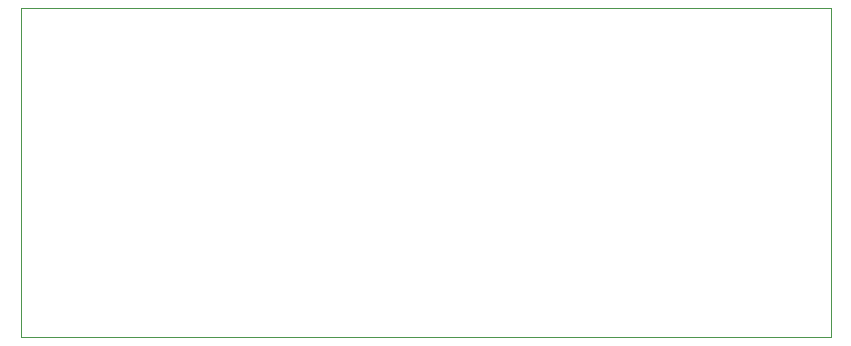
<source format=gbr>
%TF.GenerationSoftware,KiCad,Pcbnew,(5.1.5)-3*%
%TF.CreationDate,2020-09-12T07:11:51+09:30*%
%TF.ProjectId,robotcontrol,726f626f-7463-46f6-9e74-726f6c2e6b69,rev?*%
%TF.SameCoordinates,Original*%
%TF.FileFunction,Profile,NP*%
%FSLAX46Y46*%
G04 Gerber Fmt 4.6, Leading zero omitted, Abs format (unit mm)*
G04 Created by KiCad (PCBNEW (5.1.5)-3) date 2020-09-12 07:11:51*
%MOMM*%
%LPD*%
G04 APERTURE LIST*
%TA.AperFunction,Profile*%
%ADD10C,0.050000*%
%TD*%
G04 APERTURE END LIST*
D10*
X88201500Y-112712500D02*
X90360500Y-112712500D01*
X88201500Y-84836000D02*
X88201500Y-112712500D01*
X156781500Y-84836000D02*
X88201500Y-84836000D01*
X156781500Y-112712500D02*
X156781500Y-84836000D01*
X90360500Y-112712500D02*
X156781500Y-112712500D01*
M02*

</source>
